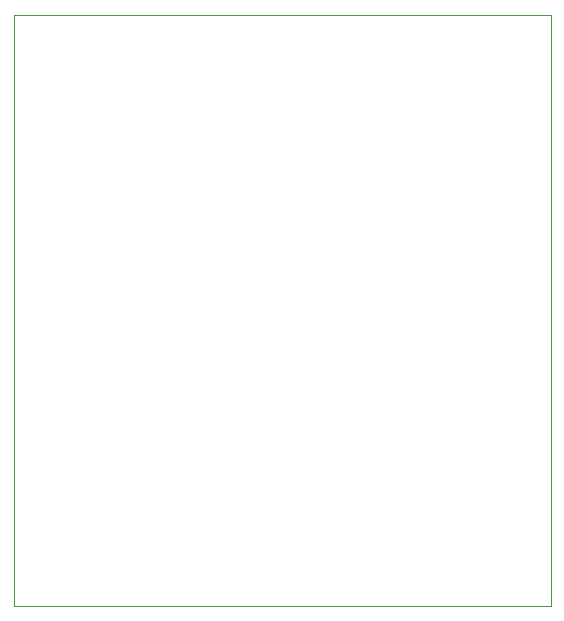
<source format=gbr>
%TF.GenerationSoftware,KiCad,Pcbnew,7.0.8*%
%TF.CreationDate,2023-11-03T15:22:21-05:00*%
%TF.ProjectId,tapecart-sd-vertical,74617065-6361-4727-942d-73642d766572,rev?*%
%TF.SameCoordinates,Original*%
%TF.FileFunction,Profile,NP*%
%FSLAX46Y46*%
G04 Gerber Fmt 4.6, Leading zero omitted, Abs format (unit mm)*
G04 Created by KiCad (PCBNEW 7.0.8) date 2023-11-03 15:22:21*
%MOMM*%
%LPD*%
G01*
G04 APERTURE LIST*
%TA.AperFunction,Profile*%
%ADD10C,0.100000*%
%TD*%
G04 APERTURE END LIST*
D10*
X134286000Y-82600000D02*
X179714000Y-82600000D01*
X179714000Y-132600000D01*
X134286000Y-132600000D01*
X134286000Y-82600000D01*
M02*

</source>
